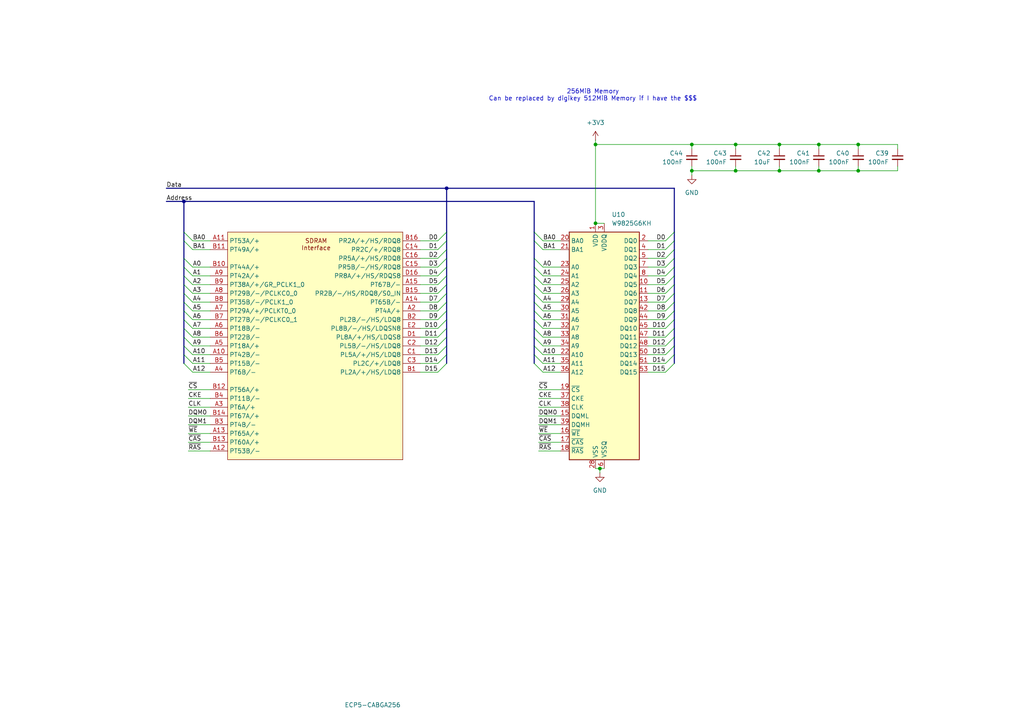
<source format=kicad_sch>
(kicad_sch (version 20250114) (generator "eeschema") (generator_version "9.0")
  (paper "A4")
  (title_block (title "Icepi zero") (date "2025-06-16") (rev "v1.2") (company "Chengyin Yao (cheyao)") (comment 1 "https://github.com/cheyao/icepi-zero") (comment 9 "OSHWA FR000026"))
  (lib_symbols
    (symbol "Device:C_Small" (pin_numbers (hide yes)) (pin_names (offset 0.254) (hide yes))
      (property "Reference" "C" (at 0.254 1.778 0))
      (property "Value" "C_Small" (at 0.254 -2.032 0))
      (symbol "C_Small_0_1"
        (polyline (pts (xy -1.524 0.508) (xy 1.524 0.508)) (stroke (width 0.3048)))
        (polyline (pts (xy -1.524 -0.508) (xy 1.524 -0.508)) (stroke (width 0.3302)))
      )
      (symbol "C_Small_1_1"
        (pin passive line (at 0 2.54 270) (length 2.032) (name "~") (number "1"))
        (pin passive line (at 0 -2.54 90) (length 2.032) (name "~") (number "2"))
      )
    )
    (symbol "Memory_RAM:MT48LC16M16A2P"
      (property "Reference" "U" (at -8.89 34.29 0))
      (property "Value" "MT48LC16M16A2P" (at 8.89 34.29 0))
      (symbol "MT48LC16M16A2P_0_1"
        (rectangle (start -10.16 33.02) (end 10.16 -33.02) (stroke (width 0.254)) (fill (type background)))
      )
      (symbol "MT48LC16M16A2P_1_1"
        (pin input line (at -12.7 30.48 0) (length 2.54) (name "BA0") (number "20"))
        (pin input line (at -12.7 27.94 0) (length 2.54) (name "BA1") (number "21"))
        (pin input line (at -12.7 22.86 0) (length 2.54) (name "A0") (number "23"))
        (pin input line (at -12.7 20.32 0) (length 2.54) (name "A1") (number "24"))
        (pin input line (at -12.7 17.78 0) (length 2.54) (name "A2") (number "25"))
        (pin input line (at -12.7 15.24 0) (length 2.54) (name "A3") (number "26"))
        (pin input line (at -12.7 12.7 0) (length 2.54) (name "A4") (number "29"))
        (pin input line (at -12.7 10.16 0) (length 2.54) (name "A5") (number "30"))
        (pin input line (at -12.7 7.62 0) (length 2.54) (name "A6") (number "31"))
        (pin input line (at -12.7 5.08 0) (length 2.54) (name "A7") (number "32"))
        (pin input line (at -12.7 2.54 0) (length 2.54) (name "A8") (number "33"))
        (pin input line (at -12.7 0 0) (length 2.54) (name "A9") (number "34"))
        (pin input line (at -12.7 -2.54 0) (length 2.54) (name "A10") (number "22"))
        (pin input line (at -12.7 -5.08 0) (length 2.54) (name "A11") (number "35"))
        (pin input line (at -12.7 -7.62 0) (length 2.54) (name "A12") (number "36"))
        (pin input line (at -12.7 -12.7 0) (length 2.54) (name "~{CS}") (number "19"))
        (pin input line (at -12.7 -15.24 0) (length 2.54) (name "CKE") (number "37"))
        (pin input line (at -12.7 -17.78 0) (length 2.54) (name "CLK") (number "38"))
        (pin input line (at -12.7 -20.32 0) (length 2.54) (name "DQML") (number "15"))
        (pin input line (at -12.7 -22.86 0) (length 2.54) (name "DQMH") (number "39"))
        (pin input line (at -12.7 -25.4 0) (length 2.54) (name "~{WE}") (number "16"))
        (pin input line (at -12.7 -27.94 0) (length 2.54) (name "~{CAS}") (number "17"))
        (pin input line (at -12.7 -30.48 0) (length 2.54) (name "~{RAS}") (number "18"))
        (pin power_in line (at -2.54 35.56 270) (length 2.54) (name "VDD") (number "1"))
        (pin passive line (at -2.54 35.56 270) (length 2.54) (hide yes) (name "VDD") (number "14"))
        (pin passive line (at -2.54 35.56 270) (length 2.54) (hide yes) (name "VDD") (number "27"))
        (pin power_in line (at -2.54 -35.56 90) (length 2.54) (name "VSS") (number "28"))
        (pin passive line (at -2.54 -35.56 90) (length 2.54) (hide yes) (name "VSS") (number "41"))
        (pin passive line (at -2.54 -35.56 90) (length 2.54) (hide yes) (name "VSS") (number "54"))
        (pin power_in line (at 0 35.56 270) (length 2.54) (name "VDDQ") (number "3"))
        (pin passive line (at 0 35.56 270) (length 2.54) (hide yes) (name "VDDQ") (number "43"))
        (pin passive line (at 0 35.56 270) (length 2.54) (hide yes) (name "VDDQ") (number "49"))
        (pin passive line (at 0 35.56 270) (length 2.54) (hide yes) (name "VDDQ") (number "9"))
        (pin passive line (at 0 -35.56 90) (length 2.54) (hide yes) (name "VSSQ") (number "12"))
        (pin passive line (at 0 -35.56 90) (length 2.54) (hide yes) (name "VSSQ") (number "46"))
        (pin passive line (at 0 -35.56 90) (length 2.54) (hide yes) (name "VSSQ") (number "52"))
        (pin power_in line (at 0 -35.56 90) (length 2.54) (name "VSSQ") (number "6"))
        (pin no_connect line (at 10.16 -20.32 180) (length 2.54) (hide yes) (name "NC") (number "40"))
        (pin bidirectional line (at 12.7 30.48 180) (length 2.54) (name "DQ0") (number "2"))
        (pin bidirectional line (at 12.7 27.94 180) (length 2.54) (name "DQ1") (number "4"))
        (pin bidirectional line (at 12.7 25.4 180) (length 2.54) (name "DQ2") (number "5"))
        (pin bidirectional line (at 12.7 22.86 180) (length 2.54) (name "DQ3") (number "7"))
        (pin bidirectional line (at 12.7 20.32 180) (length 2.54) (name "DQ4") (number "8"))
        (pin bidirectional line (at 12.7 17.78 180) (length 2.54) (name "DQ5") (number "10"))
        (pin bidirectional line (at 12.7 15.24 180) (length 2.54) (name "DQ6") (number "11"))
        (pin bidirectional line (at 12.7 12.7 180) (length 2.54) (name "DQ7") (number "13"))
        (pin bidirectional line (at 12.7 10.16 180) (length 2.54) (name "DQ8") (number "42"))
        (pin bidirectional line (at 12.7 7.62 180) (length 2.54) (name "DQ9") (number "44"))
        (pin bidirectional line (at 12.7 5.08 180) (length 2.54) (name "DQ10") (number "45"))
        (pin bidirectional line (at 12.7 2.54 180) (length 2.54) (name "DQ11") (number "47"))
        (pin bidirectional line (at 12.7 0 180) (length 2.54) (name "DQ12") (number "48"))
        (pin bidirectional line (at 12.7 -2.54 180) (length 2.54) (name "DQ13") (number "50"))
        (pin bidirectional line (at 12.7 -5.08 180) (length 2.54) (name "DQ14") (number "51"))
        (pin bidirectional line (at 12.7 -7.62 180) (length 2.54) (name "DQ15") (number "53"))
      )
    )
    (symbol "icepi-lib:LFE5U-25F-6BG256x"
      (property "Reference" "U" (at 48.768 1.016 0))
      (property "Value" "ECP5U-25F-CABGA256" (at 59.436 -1.27 0))
      (symbol "LFE5U-25F-6BG256x_1_1"
        (rectangle (start -47.625 10.16) (end 47.625 -10.16) (fill (type background)))
        (text "Power Block" (at -0.254 0 0) (effects (font (size 1.27 1.27))))
        (pin power_in line (at -45.72 15.24 270) (length 5.08) (name "VCC") (number "G6"))
        (pin power_in line (at -43.18 15.24 270) (length 5.08) (name "VCC") (number "G7"))
        (pin power_in line (at -40.64 15.24 270) (length 5.08) (name "VCC") (number "L8"))
        (pin power_in line (at -38.1 15.24 270) (length 5.08) (name "VCC") (number "L9"))
        (pin power_in line (at -35.56 15.24 270) (length 5.08) (name "VCC") (number "G9"))
        (pin power_in line (at -35.56 -15.24 90) (length 5.08) (name "GND") (number "A16"))
        (pin power_in line (at -33.02 15.24 270) (length 5.08) (name "VCC") (number "L10"))
        (pin power_in line (at -33.02 -15.24 90) (length 5.08) (name "GND") (number "H16"))
        (pin power_in line (at -30.48 -15.24 90) (length 5.08) (name "GND") (number "T16"))
        (pin power_in line (at -27.94 -15.24 90) (length 5.08) (name "GND") (number "D15"))
        (pin power_in line (at -25.4 15.24 270) (length 5.08) (name "VCCAUX") (number "L7"))
        (pin power_in line (at -25.4 -15.24 90) (length 5.08) (name "GND") (number "N15"))
        (pin power_in line (at -22.86 15.24 270) (length 5.08) (name "VCCAUX") (number "G11"))
        (pin power_in line (at -22.86 -15.24 90) (length 5.08) (name "GND") (number "T12"))
        (pin power_in line (at -20.32 -15.24 90) (length 5.08) (name "GND") (number "G10"))
        (pin power_in line (at -17.78 -15.24 90) (length 5.08) (name "GND") (number "H10"))
        (pin power_in line (at -15.24 15.24 270) (length 5.08) (name "VCCIO0") (number "F6"))
        (pin power_in line (at -15.24 -15.24 90) (length 5.08) (name "GND") (number "J10"))
        (pin power_in line (at -12.7 15.24 270) (length 5.08) (name "VCCIO0") (number "F7"))
        (pin power_in line (at -12.7 -15.24 90) (length 5.08) (name "GND") (number "K10"))
        (pin power_in line (at -10.16 -15.24 90) (length 5.08) (name "GND") (number "F9"))
        (pin power_in line (at -7.62 -15.24 90) (length 5.08) (name "GND") (number "H9"))
        (pin power_in line (at -5.08 15.24 270) (length 5.08) (name "VCCIO1") (number "F10"))
        (pin power_in line (at -5.08 -15.24 90) (length 5.08) (name "GND") (number "J9"))
        (pin power_in line (at -2.54 15.24 270) (length 5.08) (name "VCCIO1") (number "F11"))
        (pin power_in line (at -2.54 -15.24 90) (length 5.08) (name "GND") (number "K9"))
        (pin power_in line (at 0 -15.24 90) (length 5.08) (name "GND") (number "F8"))
        (pin power_in line (at 2.54 -15.24 90) (length 5.08) (name "GND") (number "G8"))
        (pin power_in line (at 5.08 15.24 270) (length 5.08) (name "VCCIO2") (number "J11"))
        (pin power_in line (at 5.08 -15.24 90) (length 5.08) (name "GND") (number "H8"))
        (pin power_in line (at 7.62 15.24 270) (length 5.08) (name "VCCIO2") (number "H11"))
        (pin power_in line (at 7.62 -15.24 90) (length 5.08) (name "GND") (number "J8"))
        (pin power_in line (at 10.16 -15.24 90) (length 5.08) (name "GND") (number "K8"))
        (pin power_in line (at 12.7 -15.24 90) (length 5.08) (name "GND") (number "K7"))
        (pin power_in line (at 15.24 15.24 270) (length 5.08) (name "VCCIO3") (number "L11"))
        (pin power_in line (at 15.24 -15.24 90) (length 5.08) (name "GND") (number "K6"))
        (pin power_in line (at 17.78 15.24 270) (length 5.08) (name "VCCIO3") (number "K11"))
        (pin power_in line (at 17.78 -15.24 90) (length 5.08) (name "GND") (number "T5"))
        (pin power_in line (at 20.32 -15.24 90) (length 5.08) (name "GND") (number "D2"))
        (pin power_in line (at 22.86 -15.24 90) (length 5.08) (name "GND") (number "N2"))
        (pin power_in line (at 25.4 15.24 270) (length 5.08) (name "VCCIO6") (number "J6"))
        (pin power_in line (at 25.4 -15.24 90) (length 5.08) (name "GND") (number "A1"))
        (pin power_in line (at 27.94 15.24 270) (length 5.08) (name "VCCIO6") (number "J7"))
        (pin power_in line (at 27.94 -15.24 90) (length 5.08) (name "GND") (number "H1"))
        (pin power_in line (at 30.48 -15.24 90) (length 5.08) (name "GND") (number "T1"))
        (pin power_in line (at 35.56 15.24 270) (length 5.08) (name "VCCIO7") (number "H6"))
        (pin power_in line (at 38.1 15.24 270) (length 5.08) (name "VCCIO7") (number "H7"))
        (pin power_in line (at 45.72 15.24 270) (length 5.08) (name "VCCIO8") (number "L6"))
      )
      (symbol "LFE5U-25F-6BG256x_2_1"
        (rectangle (start -7.62 5.715) (end 7.62 -5.715) (fill (type background)))
        (text "JTAG\nInterface" (at 2.032 0 0) (effects (font (size 1.27 1.27))))
        (pin output line (at -12.7 3.81 0) (length 5.08) (name "TDO") (number "M10"))
        (pin input line (at -12.7 1.27 0) (length 5.08) (name "TDI") (number "R11"))
        (pin input line (at -12.7 -1.27 0) (length 5.08) (name "TCK") (number "T10"))
        (pin input line (at -12.7 -3.81 0) (length 5.08) (name "TMS") (number "T11"))
      )
      (symbol "LFE5U-25F-6BG256x_3_1"
        (rectangle (start -25.4 8.255) (end 25.4 -8.255) (fill (type background)))
        (text "SysIO Config block" (at 8.89 -0.254 0) (effects (font (size 1.27 1.27))))
        (pin bidirectional line (at -30.48 6.35 0) (length 5.08) (name "PB15A/+/HOLDN/DI/BUSY/CSSPIN/CEN") (number "N8"))
        (pin bidirectional line (at -30.48 3.81 0) (length 5.08) (name "CCLK/MCLK/SCK") (number "N9"))
        (pin bidirectional line (at -30.48 1.27 0) (length 5.08) (name "PB11B/-/D0/MOSI/IO0") (number "T8"))
        (pin bidirectional line (at -30.48 -1.27 0) (length 5.08) (name "PB11A/+/D1/MISO/IO1") (number "T7"))
        (pin bidirectional line (at -30.48 -3.81 0) (length 5.08) (name "PL9B/-/D2/IO2") (number "M7"))
        (pin bidirectional line (at -30.48 -6.35 0) (length 5.08) (name "PL9A/+/D3/IO3") (number "N7"))
        (pin input line (at 30.48 6.35 180) (length 5.08) (name "CFG_0") (number "N10"))
        (pin input line (at 30.48 3.81 180) (length 5.08) (name "CFG_1") (number "P10"))
        (pin input line (at 30.48 1.27 180) (length 5.08) (name "CPG_2") (number "R10"))
        (pin output line (at 30.48 -1.27 180) (length 5.08) (name "DONE") (number "P9"))
        (pin bidirectional line (at 30.48 -3.81 180) (length 5.08) (name "INITN") (number "T9"))
        (pin bidirectional line (at 30.48 -6.35 180) (length 5.08) (name "PROGRAMN") (number "R9"))
      )
      (symbol "LFE5U-25F-6BG256x_4_1"
        (rectangle (start -20.32 17.145) (end 20.32 -17.145) (fill (type background)))
        (text "GPDI\nInterface" (at 11.176 0 0) (effects (font (size 1.27 1.27))))
        (pin bidirectional line (at -25.4 15.24 0) (length 5.08) (name "PR35A/+/HS/RDQ32") (number "P16"))
        (pin bidirectional line (at -25.4 12.7 0) (length 5.08) (name "PR35B/-/HS/RDQ32/VREF1_3") (number "R16"))
        (pin bidirectional line (at -25.4 10.16 0) (length 5.08) (name "PR38C/+/RDQ44") (number "R15"))
        (pin bidirectional line (at -25.4 7.62 0) (length 5.08) (name "PR38D/-/RDQ44") (number "T15"))
        (pin bidirectional line (at -25.4 5.08 0) (length 5.08) (name "PR41C/+/RDQ44") (number "R13"))
        (pin bidirectional line (at -25.4 2.54 0) (length 5.08) (name "PR41D/-/RSQ44") (number "T14"))
        (pin bidirectional line (at -25.4 0 0) (length 5.08) (name "PR44A/+/HS/RDQS44") (number "R12"))
        (pin bidirectional line (at -25.4 -2.54 0) (length 5.08) (name "PR44B/-/HS/RDQSN44") (number "T13"))
        (pin bidirectional line (at -25.4 -5.08 0) (length 5.08) (name "PL44A/+/HS/LDQS44") (number "R5"))
        (pin bidirectional line (at -25.4 -7.62 0) (length 5.08) (name "PL41D/-/LDQ44") (number "T3"))
        (pin bidirectional line (at -25.4 -10.16 0) (length 5.08) (name "PL44B/-/HS/LDQSN44") (number "T4"))
        (pin bidirectional line (at -25.4 -12.7 0) (length 5.08) (name "PL47D/-/LDQ44/LLC_GPLL0C_IN") (number "P5"))
        (pin bidirectional line (at -25.4 -15.24 0) (length 5.08) (name "PR32C/+/RDQ32") (number "L14"))
      )
      (symbol "LFE5U-25F-6BG256x_5_1"
        (rectangle (start -20.32 26.035) (end 19.685 -18.415) (fill (type background)))
        (text "USB/UART\nInterface" (at 10.16 0 0) (effects (font (size 1.27 1.27))))
        (pin bidirectional line (at -25.4 24.13 0) (length 5.08) (name "PR23C/-/RDQ20/PCLKT2_0") (number "K16"))
        (pin bidirectional line (at -25.4 21.59 0) (length 5.08) (name "PR23D/-/RDQ20/PCLKC2_0") (number "K15"))
        (pin bidirectional line (at -25.4 19.05 0) (length 5.08) (name "PR47A/+/HS/RSQ44") (number "M11"))
        (pin bidirectional line (at -25.4 16.51 0) (length 5.08) (name "PR26A/+/HS/RDQ32/PCLKT3_1") (number "L16"))
        (pin bidirectional line (at -25.4 13.97 0) (length 5.08) (name "PR26B/-/HS/RDQ32/PCLKC3_1") (number "L15"))
        (pin bidirectional line (at -25.4 11.43 0) (length 5.08) (name "PR44D/-/RSQ44") (number "N12"))
        (pin bidirectional line (at -25.4 8.89 0) (length 5.08) (name "PR47C/+/RSQ44/LRC_GPLL0T_IN") (number "P11"))
        (pin bidirectional line (at -25.4 3.81 0) (length 5.08) (name "PR11C/+/RDQ8") (number "F15"))
        (pin bidirectional line (at -25.4 1.27 0) (length 5.08) (name "PR11D/-/RDQ8") (number "E16"))
        (pin bidirectional line (at -25.4 -1.27 0) (length 5.08) (name "PR14B/-/HS/RDQ20") (number "G15"))
        (pin bidirectional line (at -25.4 -3.81 0) (length 5.08) (name "PR14D/-/RDQ20") (number "H14"))
        (pin bidirectional line (at -25.4 -8.89 0) (length 5.08) (name "PR23A/+/HS/RDQ20/PCLKT2_1") (number "J16"))
        (pin bidirectional line (at -25.4 -11.43 0) (length 5.08) (name "PR23B/-/HS/RDQ20/PCLKC2_1") (number "J15"))
        (pin bidirectional line (at -25.4 -13.97 0) (length 5.08) (name "PR5C/+/RDQ8") (number "E14"))
        (pin bidirectional line (at -25.4 -16.51 0) (length 5.08) (name "PT51B/-") (number "E11"))
      )
      (symbol "LFE5U-25F-6BG256x_6_1"
        (rectangle (start -25.4 33.02) (end 25.4 -33.02) (fill (type background)))
        (text "SDRAM\nInterface" (at 0.254 29.464 0) (effects (font (size 1.27 1.27))))
        (pin bidirectional line (at -30.48 30.48 0) (length 5.08) (name "PT53A/+") (number "A11"))
        (pin bidirectional line (at -30.48 27.94 0) (length 5.08) (name "PT49A/+") (number "B11"))
        (pin bidirectional line (at -30.48 22.86 0) (length 5.08) (name "PT44A/+") (number "B10"))
        (pin bidirectional line (at -30.48 20.32 0) (length 5.08) (name "PT42A/+") (number "A9"))
        (pin bidirectional line (at -30.48 17.78 0) (length 5.08) (name "PT38A/+/GR_PCLK1_0") (number "B9"))
        (pin bidirectional line (at -30.48 15.24 0) (length 5.08) (name "PT29B/-/PCLKC0_0") (number "A8"))
        (pin bidirectional line (at -30.48 12.7 0) (length 5.08) (name "PT35B/-/PCLK1_0") (number "B8"))
        (pin bidirectional line (at -30.48 10.16 0) (length 5.08) (name "PT29A/+/PCLKT0_0") (number "A7"))
        (pin bidirectional line (at -30.48 7.62 0) (length 5.08) (name "PT27B/-/PCLKC0_1") (number "B7"))
        (pin bidirectional line (at -30.48 5.08 0) (length 5.08) (name "PT18B/-") (number "A6"))
        (pin bidirectional line (at -30.48 2.54 0) (length 5.08) (name "PT22B/-") (number "B6"))
        (pin bidirectional line (at -30.48 0 0) (length 5.08) (name "PT18A/+") (number "A5"))
        (pin bidirectional line (at -30.48 -2.54 0) (length 5.08) (name "PT42B/-") (number "A10"))
        (pin bidirectional line (at -30.48 -5.08 0) (length 5.08) (name "PT15B/-") (number "B5"))
        (pin bidirectional line (at -30.48 -7.62 0) (length 5.08) (name "PT6B/-") (number "A4"))
        (pin bidirectional line (at -30.48 -12.7 0) (length 5.08) (name "PT56A/+") (number "B12"))
        (pin bidirectional line (at -30.48 -15.24 0) (length 5.08) (name "PT11B/-") (number "B4"))
        (pin bidirectional line (at -30.48 -17.78 0) (length 5.08) (name "PT6A/+") (number "A3"))
        (pin bidirectional line (at -30.48 -20.32 0) (length 5.08) (name "PT67A/+") (number "B14"))
        (pin bidirectional line (at -30.48 -22.86 0) (length 5.08) (name "PT4B/-") (number "B3"))
        (pin bidirectional line (at -30.48 -25.4 0) (length 5.08) (name "PT65A/+") (number "A13"))
        (pin bidirectional line (at -30.48 -27.94 0) (length 5.08) (name "PT60A/+") (number "B13"))
        (pin bidirectional line (at -30.48 -30.48 0) (length 5.08) (name "PT53B/-") (number "A12"))
        (pin bidirectional line (at 30.48 30.48 180) (length 5.08) (name "PR2A/+/HS/RDQ8") (number "B16"))
        (pin bidirectional line (at 30.48 27.94 180) (length 5.08) (name "PR2C/+/RDQ8") (number "C14"))
        (pin bidirectional line (at 30.48 25.4 180) (length 5.08) (name "PR5A/+/HS/RDQ8") (number "C16"))
        (pin bidirectional line (at 30.48 22.86 180) (length 5.08) (name "PR5B/-/HS/RDQ8") (number "C15"))
        (pin bidirectional line (at 30.48 20.32 180) (length 5.08) (name "PR8A/+/HS/RDQS8") (number "D16"))
        (pin bidirectional line (at 30.48 17.78 180) (length 5.08) (name "PT67B/-") (number "A15"))
        (pin bidirectional line (at 30.48 15.24 180) (length 5.08) (name "PR2B/-/HS/RDQ8/S0_IN") (number "B15"))
        (pin bidirectional line (at 30.48 12.7 180) (length 5.08) (name "PT65B/-") (number "A14"))
        (pin bidirectional line (at 30.48 10.16 180) (length 5.08) (name "PT4A/+") (number "A2"))
        (pin bidirectional line (at 30.48 7.62 180) (length 5.08) (name "PL2B/-/HS/LDQ8") (number "B2"))
        (pin bidirectional line (at 30.48 5.08 180) (length 5.08) (name "PL8B/-/HS/LDQSN8") (number "E2"))
        (pin bidirectional line (at 30.48 2.54 180) (length 5.08) (name "PL8A/+/HS/LDQS8") (number "D1"))
        (pin bidirectional line (at 30.48 0 180) (length 5.08) (name "PL5B/-/HS/LDQ8") (number "C2"))
        (pin bidirectional line (at 30.48 -2.54 180) (length 5.08) (name "PL5A/+/HS/LDQ8") (number "C1"))
        (pin bidirectional line (at 30.48 -5.08 180) (length 5.08) (name "PL2C/+/LDQ8") (number "C3"))
        (pin bidirectional line (at 30.48 -7.62 180) (length 5.08) (name "PL2A/+/HS/LDQ8") (number "B1"))
      )
      (symbol "LFE5U-25F-6BG256x_7_1"
        (rectangle (start -19.05 10.16) (end 19.05 -10.16) (fill (type background)))
        (text "uSD\nInterface" (at 13.462 0 0) (effects (font (size 1.27 1.27))))
        (pin bidirectional line (at -24.13 7.62 0) (length 5.08) (name "PR38B/-/HS/RDQ44") (number "P14"))
        (pin bidirectional line (at -24.13 5.08 0) (length 5.08) (name "PR41B/-/HS/RDQ44") (number "R14"))
        (pin bidirectional line (at -24.13 2.54 0) (length 5.08) (name "PR26D/-/RDQ32/PCLKC3_0") (number "M15"))
        (pin bidirectional line (at -24.13 0 0) (length 5.08) (name "PR32D/-/RDQ32") (number "M14"))
        (pin bidirectional line (at -24.13 -2.54 0) (length 5.08) (name "PR32A/+/HS/RDQS32") (number "N16"))
        (pin bidirectional line (at -24.13 -5.08 0) (length 5.08) (name "PR32B/-/HS/RDQSN32") (number "P15"))
        (pin bidirectional line (at -24.13 -7.62 0) (length 5.08) (name "PR26C/+/RDQ32/PCLKT3_0") (number "M16"))
      )
      (symbol "LFE5U-25F-6BG256x_8_1"
        (rectangle (start -34.29 23.495) (end 34.29 -26.035) (fill (type background)))
        (text "GPIO\nInterface" (at -0.508 20.828 0) (effects (font (size 1.27 1.27))))
        (pin bidirectional line (at -39.37 21.59 0) (length 5.08) (name "PL38D/-/LDQ44") (number "T2"))
        (pin bidirectional line (at -39.37 19.05 0) (length 5.08) (name "PL38C/+/LDQ44") (number "R2"))
        (pin bidirectional line (at -39.37 16.51 0) (length 5.08) (name "PL35B/-/HS/LDQ32/VREF1_6") (number "R1"))
        (pin bidirectional line (at -39.37 11.43 0) (length 5.08) (name "PL41B/-/HS/LDQ44") (number "R3"))
        (pin bidirectional line (at -39.37 8.89 0) (length 5.08) (name "PL38B/-/HS/LDQ44") (number "P3"))
        (pin bidirectional line (at -39.37 6.35 0) (length 5.08) (name "PL32B/-/HS/LDQSN32") (number "P2"))
        (pin bidirectional line (at -39.37 1.27 0) (length 5.08) (name "PL26B/-/HS/LDQ32/PCLKC6_1") (number "L2"))
        (pin bidirectional line (at -39.37 -1.27 0) (length 5.08) (name "PL23A/+/HS/LDQ20/PCLKT7") (number "J1"))
        (pin bidirectional line (at -39.37 -3.81 0) (length 5.08) (name "PL14B/-/HS/LDQ20") (number "G2"))
        (pin bidirectional line (at -39.37 -8.89 0) (length 5.08) (name "PL14C/+/LDQ20/VREF1_7") (number "G3"))
        (pin bidirectional line (at -39.37 -11.43 0) (length 5.08) (name "PL11D/-/LDQ8") (number "E1"))
        (pin bidirectional line (at -39.37 -13.97 0) (length 5.08) (name "PL5D/-/LDQ8") (number "F3"))
        (pin bidirectional line (at -39.37 -16.51 0) (length 5.08) (name "PL5C/+/LDQ8") (number "E3"))
        (pin bidirectional line (at -39.37 -19.05 0) (length 5.08) (name "PT9A/+") (number "E4"))
        (pin bidirectional line (at -39.37 -21.59 0) (length 5.08) (name "PT9B/-") (number "D4"))
        (pin bidirectional line (at 39.37 16.51 180) (length 5.08) (name "PL35A/+/HS/LDQ32") (number "P1"))
        (pin bidirectional line (at 39.37 13.97 180) (length 5.08) (name "PL32A/+/HS/LDQS32") (number "N1"))
        (pin bidirectional line (at 39.37 11.43 180) (length 5.08) (name "PL38A/+/HS/LDQ44") (number "N4"))
        (pin bidirectional line (at 39.37 6.35 180) (length 5.08) (name "PL26D/-/LDQ32/PCLK6_0") (number "M2"))
        (pin bidirectional line (at 39.37 3.81 180) (length 5.08) (name "PL26A/+/HS/LDQ32/PCLKT6_1") (number "L1"))
        (pin bidirectional line (at 39.37 -1.27 180) (length 5.08) (name "PL23B/-/HS/LDQ20/PCLKC7_1") (number "J2"))
        (pin bidirectional line (at 39.37 -3.81 180) (length 5.08) (name "PL20C/+/LDQS20/GR_PCLK7_0") (number "H2"))
        (pin bidirectional line (at 39.37 -6.35 180) (length 5.08) (name "PL20A/+/HS/LDQS20/GR_PCLK7_1") (number "G1"))
        (pin bidirectional line (at 39.37 -8.89 180) (length 5.08) (name "PL20D/-/LDQS20") (number "K3"))
        (pin bidirectional line (at 39.37 -13.97 180) (length 5.08) (name "PL20B/-/HS/LDQSN20") (number "J3"))
        (pin bidirectional line (at 39.37 -19.05 180) (length 5.08) (name "PL14D/-/lDQ20") (number "H3"))
        (pin bidirectional line (at 39.37 -21.59 180) (length 5.08) (name "PL14A/+/HS/LDQ20") (number "F1"))
        (pin bidirectional line (at 39.37 -24.13 180) (length 5.08) (name "PL11C/+/LDQ8") (number "F2"))
      )
      (symbol "LFE5U-25F-6BG256x_9_1"
        (rectangle (start -15.24 17.145) (end 15.24 -17.145) (fill (type background)))
        (text "MISC\nInterface" (at 6.604 2.54 0) (effects (font (size 1.27 1.27))))
        (pin bidirectional line (at -20.32 15.24 0) (length 5.08) (name "PT11A/+") (number "C4"))
        (pin bidirectional line (at -20.32 12.7 0) (length 5.08) (name "PT15A/+") (number "C5"))
        (pin bidirectional line (at -20.32 7.62 0) (length 5.08) (name "PT62B/-") (number "E13"))
        (pin bidirectional line (at -20.32 5.08 0) (length 5.08) (name "PR2D/-/RDQ8") (number "D14"))
        (pin bidirectional line (at -20.32 2.54 0) (length 5.08) (name "PT58B/-") (number "E12"))
        (pin bidirectional line (at -20.32 0 0) (length 5.08) (name "PT60B/-") (number "C13"))
        (pin bidirectional line (at -20.32 -2.54 0) (length 5.08) (name "PT62A/+") (number "D13"))
        (pin bidirectional line (at -20.32 -7.62 0) (length 5.08) (name "PT27A/+/PCLKT0_1") (number "C7"))
        (pin bidirectional line (at -20.32 -10.16 0) (length 5.08) (name "PT35A/+/PCLKT1_0") (number "C8"))
        (pin bidirectional line (at -20.32 -15.24 0) (length 5.08) (name "PL26C/+/LDQ32/PCLKT6_0") (number "M1"))
      )
      (symbol "LFE5U-25F-6BG256x_10_1"
        (rectangle (start -53.34 38.1) (end 53.34 -41.91) (fill (type background)))
        (text "Unused I/O" (at -1.524 0.254 0) (effects (font (size 1.27 1.27))))
        (pin bidirectional line (at -58.42 30.48 0) (length 5.08) (name "PL2D/-/LDQ8") (number "D3"))
        (pin bidirectional line (at -58.42 27.94 0) (length 5.08) (name "PL8C/+/LDQ8") (number "F4"))
        (pin bidirectional line (at -58.42 25.4 0) (length 5.08) (name "PL8D/-/LDQ8") (number "F5"))
        (pin bidirectional line (at -58.42 22.86 0) (length 5.08) (name "PL11A/+/HS/LDQ8") (number "G5"))
        (pin bidirectional line (at -58.42 20.32 0) (length 5.08) (name "PL11B/-/HS/LDQ8") (number "G4"))
        (pin bidirectional line (at -58.42 17.78 0) (length 5.08) (name "PL17A/+/HS/LDQ20") (number "H5"))
        (pin bidirectional line (at -58.42 15.24 0) (length 5.08) (name "PL17B/-/HS/LDQ20") (number "H4"))
        (pin bidirectional line (at -58.42 12.7 0) (length 5.08) (name "PL17C/+/LDQ20") (number "J4"))
        (pin bidirectional line (at -58.42 10.16 0) (length 5.08) (name "PL17D/-/LDQ20") (number "J5"))
        (pin bidirectional line (at -58.42 7.62 0) (length 5.08) (name "PL23C/+/LDQ20/PCLKT7_0") (number "K1"))
        (pin bidirectional line (at -58.42 5.08 0) (length 5.08) (name "PL23D/-/LDQ20/PCLKC7_0") (number "K2"))
        (pin bidirectional line (at -58.42 2.54 0) (length 5.08) (name "PL29A/+/HS/LDQ32/GR_PCLK6_0") (number "K4"))
        (pin bidirectional line (at -58.42 0 0) (length 5.08) (name "PL29B/-/HS/LDQ32") (number "K5"))
        (pin bidirectional line (at -58.42 -2.54 0) (length 5.08) (name "PL29C/+/LDQ32/GR_PCLK6_1") (number "L4"))
        (pin bidirectional line (at -58.42 -5.08 0) (length 5.08) (name "PL29D/-/LDQ32") (number "L5"))
        (pin bidirectional line (at -58.42 -7.62 0) (length 5.08) (name "PL32C/+/LDQ32") (number "L3"))
        (pin bidirectional line (at -58.42 -10.16 0) (length 5.08) (name "PL32D/-/LDQ32") (number "M3"))
        (pin bidirectional line (at -58.42 -12.7 0) (length 5.08) (name "PL35C/+/LDQ32") (number "M4"))
        (pin bidirectional line (at -58.42 -15.24 0) (length 5.08) (name "PL35D/-/LDQ32") (number "N3"))
        (pin bidirectional line (at -58.42 -17.78 0) (length 5.08) (name "PL41A/+/HS/LDQ44") (number "P4"))
        (pin bidirectional line (at -58.42 -20.32 0) (length 5.08) (name "PL41C/+/LD44") (number "R4"))
        (pin bidirectional line (at -58.42 -22.86 0) (length 5.08) (name "PL44C/+/LDQ44") (number "M5"))
        (pin bidirectional line (at -58.42 -25.4 0) (length 5.08) (name "PL44D/-/LDQ44") (number "N5"))
        (pin bidirectional line (at -58.42 -27.94 0) (length 5.08) (name "PL47A/+/HS/LDQ44") (number "M6"))
        (pin bidirectional line (at -58.42 -30.48 0) (length 5.08) (name "PL47B/-/HS/LDQ44") (number "N6"))
        (pin bidirectional line (at -58.42 -33.02 0) (length 5.08) (name "PL47C/+/LDQ44/LLC+GPLL0T_IN") (number "P6"))
        (pin bidirectional line (at -27.94 43.18 270) (length 5.08) (name "PT13B/-") (number "D5"))
        (pin bidirectional line (at -25.4 43.18 270) (length 5.08) (name "PT13A/+") (number "E5"))
        (pin bidirectional line (at -22.86 43.18 270) (length 5.08) (name "PT20B/-") (number "D6"))
        (pin bidirectional line (at -20.32 43.18 270) (length 5.08) (name "PT20A/+") (number "E6"))
        (pin bidirectional line (at -17.78 43.18 270) (length 5.08) (name "PT22A/+") (number "C6"))
        (pin bidirectional line (at -15.24 43.18 270) (length 5.08) (name "PT24B/-/GR_PCLK0_0") (number "D7"))
        (pin bidirectional line (at -12.7 43.18 270) (length 5.08) (name "PT24A/+/GR_PCLK0_1") (number "E7"))
        (pin bidirectional line (at -10.16 43.18 270) (length 5.08) (name "PT33B/-/PCLKC1_1") (number "D8"))
        (pin bidirectional line (at -10.16 -46.99 90) (length 5.08) (name "PB18A/WRITEN") (number "M9"))
        (pin bidirectional line (at -7.62 43.18 270) (length 5.08) (name "PT33A/+/PCLKT1_1") (number "E8"))
        (pin bidirectional line (at -7.62 -46.99 90) (length 5.08) (name "PB15B/0/DOUT/CSON") (number "M8"))
        (pin bidirectional line (at -5.08 43.18 270) (length 5.08) (name "PT38B/-/GR_PCLK1_1") (number "C9"))
        (pin bidirectional line (at -5.08 -46.99 90) (length 5.08) (name "PB13B/-/CS1N") (number "P8"))
        (pin bidirectional line (at -2.54 43.18 270) (length 5.08) (name "PT40B/-") (number "E9"))
        (pin bidirectional line (at -2.54 -46.99 90) (length 5.08) (name "PB13A/+/SN/CSN") (number "R8"))
        (pin bidirectional line (at 0 43.18 270) (length 5.08) (name "PT40A/+") (number "D9"))
        (pin bidirectional line (at 0 -46.99 90) (length 5.08) (name "PB6B/-/D4/MOSI2/IO4") (number "P7"))
        (pin bidirectional line (at 2.54 43.18 270) (length 5.08) (name "PT44B/-") (number "C10"))
        (pin bidirectional line (at 2.54 -46.99 90) (length 5.08) (name "PB6A/+/D5/MISO2/IO5") (number "R7"))
        (pin bidirectional line (at 5.08 43.18 270) (length 5.08) (name "PT47B/-") (number "E10"))
        (pin bidirectional line (at 5.08 -46.99 90) (length 5.08) (name "PB4B/0/D6/IO6") (number "R6"))
        (pin bidirectional line (at 7.62 43.18 270) (length 5.08) (name "PT47A/+") (number "D10"))
        (pin bidirectional line (at 7.62 -46.99 90) (length 5.08) (name "PB4A/+/D7/IO7") (number "T6"))
        (pin bidirectional line (at 10.16 43.18 270) (length 5.08) (name "PT49B/-") (number "C11"))
        (pin bidirectional line (at 12.7 43.18 270) (length 5.08) (name "PT51A/+") (number "D11"))
        (pin bidirectional line (at 15.24 43.18 270) (length 5.08) (name "PT56B/-") (number "C12"))
        (pin bidirectional line (at 17.78 43.18 270) (length 5.08) (name "PT58A/+") (number "D12"))
        (pin bidirectional line (at 58.42 33.02 180) (length 5.08) (name "PL26D/-/LDQ32/PCLK6_0") (number "M2"))
        (pin bidirectional line (at 58.42 30.48 180) (length 5.08) (name "PR47B/0/HS/RDQ44") (number "N11"))
        (pin bidirectional line (at 58.42 27.94 180) (length 5.08) (name "PR47C/+/RSQ44/LRC_GPLL0T_IN") (number "P11"))
        (pin bidirectional line (at 58.42 25.4 180) (length 5.08) (name "PR44C/+/RDQ44") (number "M12"))
        (pin bidirectional line (at 58.42 22.86 180) (length 5.08) (name "PR47D/-/RDQ44/LRC_GPLL0C_IN") (number "P12"))
        (pin bidirectional line (at 58.42 20.32 180) (length 5.08) (name "PR41A/+/HS/RDQ44") (number "P13"))
        (pin bidirectional line (at 58.42 17.78 180) (length 5.08) (name "PR38A/+/HS/RDQ44") (number "N13"))
        (pin bidirectional line (at 58.42 15.24 180) (length 5.08) (name "PR35C/+/RDQ32") (number "M13"))
        (pin bidirectional line (at 58.42 12.7 180) (length 5.08) (name "PR35D/-/RDQ32") (number "N14"))
        (pin bidirectional line (at 58.42 10.16 180) (length 5.08) (name "PR29A/+/HS/RDQ32/GR_PCLK3_0") (number "K13"))
        (pin bidirectional line (at 58.42 7.62 180) (length 5.08) (name "PR29B/-/HS/RDQ32") (number "K12"))
        (pin bidirectional line (at 58.42 5.08 180) (length 5.08) (name "PR29C/+/RDQ32/GR_PCLK3_1") (number "L13"))
        (pin bidirectional line (at 58.42 2.54 180) (length 5.08) (name "PR29D/-/RDQ32") (number "L12"))
        (pin bidirectional line (at 58.42 0 180) (length 5.08) (name "PR20A/+/HS/RDQS20/GR_PCLK2_1") (number "G16"))
        (pin bidirectional line (at 58.42 -2.54 180) (length 5.08) (name "PR20B/-/HS/RDQSN20") (number "H15"))
        (pin bidirectional line (at 58.42 -5.08 180) (length 5.08) (name "PR20C/+/RDQ20/GR_PCLK2_0") (number "J14"))
        (pin bidirectional line (at 58.42 -7.62 180) (length 5.08) (name "PR20D/-/RDQ20") (number "K14"))
        (pin bidirectional line (at 58.42 -10.16 180) (length 5.08) (name "PR17A/+/HS/RDQ20") (number "H12"))
        (pin bidirectional line (at 58.42 -12.7 180) (length 5.08) (name "PR17B/-/HS/RDQ20") (number "H13"))
        (pin bidirectional line (at 58.42 -15.24 180) (length 5.08) (name "PR17C/+/RDQ20") (number "J13"))
        (pin bidirectional line (at 58.42 -17.78 180) (length 5.08) (name "PR17D/-/RDQ20") (number "J12"))
        (pin bidirectional line (at 58.42 -20.32 180) (length 5.08) (name "PR14A/+/HS/RDQ20") (number "F16"))
        (pin bidirectional line (at 58.42 -22.86 180) (length 5.08) (name "PR14C/+/RDQ20/VREF1_2") (number "G14"))
        (pin bidirectional line (at 58.42 -25.4 180) (length 5.08) (name "PR11A/+/HS/RDQ8") (number "G12"))
        (pin bidirectional line (at 58.42 -27.94 180) (length 5.08) (name "PR11B/-/HS/RDQ8") (number "G13"))
        (pin bidirectional line (at 58.42 -30.48 180) (length 5.08) (name "PR8B/-/HS/RDQSN8") (number "E15"))
        (pin bidirectional line (at 58.42 -33.02 180) (length 5.08) (name "PR8C/+/RDQ8") (number "F13"))
        (pin bidirectional line (at 58.42 -35.56 180) (length 5.08) (name "PR8D/-/RDQ8") (number "F12"))
        (pin bidirectional line (at 58.42 -38.1 180) (length 5.08) (name "PR5D/-/RDQ8") (number "F14"))
      )
    )
    (symbol "power:+3V3" (power) (pin_numbers (hide yes)) (pin_names (offset 0) (hide yes))
      (property "Value" "+3V3" (at 0 3.556 0))
      (symbol "+3V3_0_1"
        (polyline (pts (xy -0.762 1.27) (xy 0 2.54)))
        (polyline (pts (xy 0 2.54) (xy 0.762 1.27)))
        (polyline (pts (xy 0 0) (xy 0 2.54)))
      )
      (symbol "+3V3_1_1"
        (pin power_in line (at 0 0 90) (length 0) (name "~") (number "1"))
      )
    )
    (symbol "power:GND" (power) (pin_numbers (hide yes)) (pin_names (offset 0) (hide yes))
      (property "Value" "GND" (at 0 -3.81 0))
      (symbol "GND_0_1"
        (polyline (pts (xy 0 0) (xy 0 -1.27) (xy 1.27 -1.27) (xy 0 -2.54) (xy -1.27 -1.27) (xy 0 -1.27)))
      )
      (symbol "GND_1_1"
        (pin power_in line (at 0 0 270) (length 0) (name "~") (number "1"))
      )
    )
  )
  (text "256MiB Memory\nCan be replaced by digikey 512MiB Memory if I have the $$$" (at 171.958 27.686 0) (effects (font (size 1.27 1.27))))
  (junction (at 129.54 54.61))
  (junction (at 226.06 49.53))
  (junction (at 200.66 41.91))
  (junction (at 53.34 58.42))
  (junction (at 213.36 41.91))
  (junction (at 172.72 41.91))
  (junction (at 200.66 49.53))
  (junction (at 237.49 41.91))
  (junction (at 173.99 135.89))
  (junction (at 172.72 64.77))
  (junction (at 248.92 41.91))
  (junction (at 237.49 49.53))
  (junction (at 248.92 49.53))
  (junction (at 226.06 41.91))
  (junction (at 213.36 49.53))
  (bus_entry (at 53.34 69.85) (size 2.54 2.54))
  (bus_entry (at 195.58 97.79) (size -2.54 2.54))
  (bus_entry (at 154.94 77.47) (size 2.54 2.54))
  (bus_entry (at 154.94 90.17) (size 2.54 2.54))
  (bus_entry (at 55.88 85.09) (size -2.54 -2.54))
  (bus_entry (at 154.94 67.31) (size 2.54 2.54))
  (bus_entry (at 154.94 69.85) (size 2.54 2.54))
  (bus_entry (at 195.58 67.31) (size -2.54 2.54))
  (bus_entry (at 129.54 87.63) (size -2.54 2.54))
  (bus_entry (at 55.88 92.71) (size -2.54 -2.54))
  (bus_entry (at 154.94 87.63) (size 2.54 2.54))
  (bus_entry (at 55.88 90.17) (size -2.54 -2.54))
  (bus_entry (at 129.54 67.31) (size -2.54 2.54))
  (bus_entry (at 129.54 69.85) (size -2.54 2.54))
  (bus_entry (at 195.58 72.39) (size -2.54 2.54))
  (bus_entry (at 55.88 80.01) (size -2.54 -2.54))
  (bus_entry (at 129.54 105.41) (size -2.54 2.54))
  (bus_entry (at 195.58 69.85) (size -2.54 2.54))
  (bus_entry (at 53.34 67.31) (size 2.54 2.54))
  (bus_entry (at 154.94 82.55) (size 2.54 2.54))
  (bus_entry (at 154.94 95.25) (size 2.54 2.54))
  (bus_entry (at 195.58 90.17) (size -2.54 2.54))
  (bus_entry (at 55.88 102.87) (size -2.54 -2.54))
  (bus_entry (at 129.54 100.33) (size -2.54 2.54))
  (bus_entry (at 195.58 87.63) (size -2.54 2.54))
  (bus_entry (at 154.94 85.09) (size 2.54 2.54))
  (bus_entry (at 154.94 92.71) (size 2.54 2.54))
  (bus_entry (at 195.58 102.87) (size -2.54 2.54))
  (bus_entry (at 195.58 82.55) (size -2.54 2.54))
  (bus_entry (at 195.58 77.47) (size -2.54 2.54))
  (bus_entry (at 55.88 100.33) (size -2.54 -2.54))
  (bus_entry (at 129.54 90.17) (size -2.54 2.54))
  (bus_entry (at 55.88 105.41) (size -2.54 -2.54))
  (bus_entry (at 129.54 102.87) (size -2.54 2.54))
  (bus_entry (at 195.58 100.33) (size -2.54 2.54))
  (bus_entry (at 154.94 105.41) (size 2.54 2.54))
  (bus_entry (at 129.54 72.39) (size -2.54 2.54))
  (bus_entry (at 55.88 87.63) (size -2.54 -2.54))
  (bus_entry (at 55.88 77.47) (size -2.54 -2.54))
  (bus_entry (at 55.88 95.25) (size -2.54 -2.54))
  (bus_entry (at 195.58 92.71) (size -2.54 2.54))
  (bus_entry (at 129.54 82.55) (size -2.54 2.54))
  (bus_entry (at 195.58 85.09) (size -2.54 2.54))
  (bus_entry (at 195.58 95.25) (size -2.54 2.54))
  (bus_entry (at 154.94 80.01) (size 2.54 2.54))
  (bus_entry (at 195.58 105.41) (size -2.54 2.54))
  (bus_entry (at 129.54 74.93) (size -2.54 2.54))
  (bus_entry (at 154.94 97.79) (size 2.54 2.54))
  (bus_entry (at 129.54 97.79) (size -2.54 2.54))
  (bus_entry (at 129.54 80.01) (size -2.54 2.54))
  (bus_entry (at 129.54 85.09) (size -2.54 2.54))
  (bus_entry (at 129.54 77.47) (size -2.54 2.54))
  (bus_entry (at 195.58 74.93) (size -2.54 2.54))
  (bus_entry (at 129.54 92.71) (size -2.54 2.54))
  (bus_entry (at 154.94 102.87) (size 2.54 2.54))
  (bus_entry (at 195.58 80.01) (size -2.54 2.54))
  (bus_entry (at 154.94 74.93) (size 2.54 2.54))
  (bus_entry (at 55.88 82.55) (size -2.54 -2.54))
  (bus_entry (at 129.54 95.25) (size -2.54 2.54))
  (bus_entry (at 55.88 97.79) (size -2.54 -2.54))
  (bus_entry (at 55.88 107.95) (size -2.54 -2.54))
  (bus_entry (at 154.94 100.33) (size 2.54 2.54))
  (wire (pts (xy 187.96 69.85) (xy 193.04 69.85)))
  (bus (pts (xy 129.54 69.85) (xy 129.54 72.39)))
  (wire (pts (xy 157.48 95.25) (xy 162.56 95.25)))
  (wire (pts (xy 213.36 49.53) (xy 200.66 49.53)))
  (bus (pts (xy 129.54 82.55) (xy 129.54 85.09)))
  (bus (pts (xy 53.34 58.42) (xy 154.94 58.42)))
  (bus (pts (xy 195.58 80.01) (xy 195.58 77.47)))
  (bus (pts (xy 154.94 80.01) (xy 154.94 77.47)))
  (wire (pts (xy 226.06 49.53) (xy 213.36 49.53)))
  (wire (pts (xy 200.66 50.8) (xy 200.66 49.53)))
  (wire (pts (xy 187.96 74.93) (xy 193.04 74.93)))
  (bus (pts (xy 195.58 67.31) (xy 195.58 54.61)))
  (bus (pts (xy 195.58 90.17) (xy 195.58 87.63)))
  (wire (pts (xy 54.61 125.73) (xy 60.96 125.73)))
  (wire (pts (xy 172.72 135.89) (xy 173.99 135.89)))
  (wire (pts (xy 55.88 95.25) (xy 60.96 95.25)))
  (wire (pts (xy 187.96 87.63) (xy 193.04 87.63)))
  (wire (pts (xy 237.49 41.91) (xy 237.49 43.18)))
  (wire (pts (xy 156.21 115.57) (xy 162.56 115.57)))
  (wire (pts (xy 54.61 130.81) (xy 60.96 130.81)))
  (bus (pts (xy 53.34 77.47) (xy 53.34 74.93)))
  (wire (pts (xy 187.96 100.33) (xy 193.04 100.33)))
  (bus (pts (xy 53.34 95.25) (xy 53.34 92.71)))
  (bus (pts (xy 154.94 92.71) (xy 154.94 90.17)))
  (wire (pts (xy 187.96 77.47) (xy 193.04 77.47)))
  (wire (pts (xy 54.61 128.27) (xy 60.96 128.27)))
  (wire (pts (xy 55.88 69.85) (xy 60.96 69.85)))
  (bus (pts (xy 195.58 102.87) (xy 195.58 100.33)))
  (wire (pts (xy 156.21 128.27) (xy 162.56 128.27)))
  (wire (pts (xy 200.66 41.91) (xy 200.66 43.18)))
  (wire (pts (xy 173.99 135.89) (xy 175.26 135.89)))
  (wire (pts (xy 187.96 85.09) (xy 193.04 85.09)))
  (wire (pts (xy 187.96 72.39) (xy 193.04 72.39)))
  (wire (pts (xy 54.61 118.11) (xy 60.96 118.11)))
  (bus (pts (xy 195.58 97.79) (xy 195.58 95.25)))
  (wire (pts (xy 121.92 72.39) (xy 127 72.39)))
  (wire (pts (xy 213.36 41.91) (xy 213.36 43.18)))
  (wire (pts (xy 213.36 41.91) (xy 200.66 41.91)))
  (wire (pts (xy 157.48 100.33) (xy 162.56 100.33)))
  (wire (pts (xy 248.92 41.91) (xy 248.92 43.18)))
  (bus (pts (xy 154.94 74.93) (xy 154.94 69.85)))
  (bus (pts (xy 154.94 105.41) (xy 154.94 102.87)))
  (bus (pts (xy 53.34 80.01) (xy 53.34 77.47)))
  (bus (pts (xy 129.54 90.17) (xy 129.54 92.71)))
  (wire (pts (xy 213.36 48.26) (xy 213.36 49.53)))
  (wire (pts (xy 54.61 123.19) (xy 60.96 123.19)))
  (bus (pts (xy 195.58 82.55) (xy 195.58 80.01)))
  (bus (pts (xy 195.58 85.09) (xy 195.58 82.55)))
  (wire (pts (xy 226.06 49.53) (xy 226.06 48.26)))
  (bus (pts (xy 53.34 82.55) (xy 53.34 80.01)))
  (wire (pts (xy 172.72 41.91) (xy 200.66 41.91)))
  (wire (pts (xy 55.88 92.71) (xy 60.96 92.71)))
  (wire (pts (xy 55.88 97.79) (xy 60.96 97.79)))
  (wire (pts (xy 172.72 40.64) (xy 172.72 41.91)))
  (wire (pts (xy 157.48 82.55) (xy 162.56 82.55)))
  (wire (pts (xy 121.92 90.17) (xy 127 90.17)))
  (bus (pts (xy 195.58 54.61) (xy 129.54 54.61)))
  (wire (pts (xy 156.21 120.65) (xy 162.56 120.65)))
  (wire (pts (xy 121.92 102.87) (xy 127 102.87)))
  (wire (pts (xy 226.06 41.91) (xy 213.36 41.91)))
  (wire (pts (xy 187.96 105.41) (xy 193.04 105.41)))
  (wire (pts (xy 121.92 69.85) (xy 127 69.85)))
  (bus (pts (xy 48.26 58.42) (xy 53.34 58.42)))
  (wire (pts (xy 121.92 74.93) (xy 127 74.93)))
  (wire (pts (xy 156.21 123.19) (xy 162.56 123.19)))
  (bus (pts (xy 154.94 85.09) (xy 154.94 82.55)))
  (wire (pts (xy 55.88 87.63) (xy 60.96 87.63)))
  (bus (pts (xy 129.54 85.09) (xy 129.54 87.63)))
  (wire (pts (xy 237.49 49.53) (xy 226.06 49.53)))
  (bus (pts (xy 129.54 92.71) (xy 129.54 95.25)))
  (bus (pts (xy 154.94 100.33) (xy 154.94 97.79)))
  (wire (pts (xy 187.96 107.95) (xy 193.04 107.95)))
  (wire (pts (xy 226.06 41.91) (xy 226.06 43.18)))
  (bus (pts (xy 129.54 80.01) (xy 129.54 82.55)))
  (wire (pts (xy 121.92 107.95) (xy 127 107.95)))
  (wire (pts (xy 157.48 77.47) (xy 162.56 77.47)))
  (bus (pts (xy 129.54 102.87) (xy 129.54 105.41)))
  (bus (pts (xy 195.58 100.33) (xy 195.58 97.79)))
  (wire (pts (xy 156.21 130.81) (xy 162.56 130.81)))
  (bus (pts (xy 53.34 102.87) (xy 53.34 100.33)))
  (wire (pts (xy 260.35 41.91) (xy 260.35 43.18)))
  (wire (pts (xy 121.92 80.01) (xy 127 80.01)))
  (bus (pts (xy 53.34 97.79) (xy 53.34 95.25)))
  (wire (pts (xy 156.21 125.73) (xy 162.56 125.73)))
  (bus (pts (xy 53.34 67.31) (xy 53.34 58.42)))
  (bus (pts (xy 129.54 95.25) (xy 129.54 97.79)))
  (bus (pts (xy 53.34 92.71) (xy 53.34 90.17)))
  (bus (pts (xy 195.58 95.25) (xy 195.58 92.71)))
  (wire (pts (xy 187.96 82.55) (xy 193.04 82.55)))
  (bus (pts (xy 129.54 100.33) (xy 129.54 102.87)))
  (bus (pts (xy 154.94 87.63) (xy 154.94 85.09)))
  (wire (pts (xy 121.92 97.79) (xy 127 97.79)))
  (wire (pts (xy 55.88 105.41) (xy 60.96 105.41)))
  (bus (pts (xy 129.54 67.31) (xy 129.54 69.85)))
  (wire (pts (xy 121.92 105.41) (xy 127 105.41)))
  (wire (pts (xy 248.92 41.91) (xy 237.49 41.91)))
  (wire (pts (xy 121.92 85.09) (xy 127 85.09)))
  (bus (pts (xy 154.94 97.79) (xy 154.94 95.25)))
  (bus (pts (xy 195.58 77.47) (xy 195.58 74.93)))
  (bus (pts (xy 195.58 105.41) (xy 195.58 102.87)))
  (wire (pts (xy 248.92 48.26) (xy 248.92 49.53)))
  (wire (pts (xy 237.49 41.91) (xy 226.06 41.91)))
  (wire (pts (xy 157.48 102.87) (xy 162.56 102.87)))
  (wire (pts (xy 157.48 90.17) (xy 162.56 90.17)))
  (bus (pts (xy 129.54 72.39) (xy 129.54 74.93)))
  (wire (pts (xy 157.48 107.95) (xy 162.56 107.95)))
  (wire (pts (xy 157.48 87.63) (xy 162.56 87.63)))
  (wire (pts (xy 121.92 77.47) (xy 127 77.47)))
  (bus (pts (xy 53.34 87.63) (xy 53.34 85.09)))
  (wire (pts (xy 260.35 41.91) (xy 248.92 41.91)))
  (bus (pts (xy 154.94 95.25) (xy 154.94 92.71)))
  (wire (pts (xy 121.92 87.63) (xy 127 87.63)))
  (wire (pts (xy 200.66 48.26) (xy 200.66 49.53)))
  (bus (pts (xy 53.34 85.09) (xy 53.34 82.55)))
  (bus (pts (xy 129.54 97.79) (xy 129.54 100.33)))
  (wire (pts (xy 187.96 92.71) (xy 193.04 92.71)))
  (wire (pts (xy 55.88 82.55) (xy 60.96 82.55)))
  (bus (pts (xy 154.94 77.47) (xy 154.94 74.93)))
  (wire (pts (xy 55.88 100.33) (xy 60.96 100.33)))
  (bus (pts (xy 154.94 102.87) (xy 154.94 100.33)))
  (wire (pts (xy 187.96 90.17) (xy 193.04 90.17)))
  (bus (pts (xy 154.94 90.17) (xy 154.94 87.63)))
  (bus (pts (xy 53.34 69.85) (xy 53.34 67.31)))
  (wire (pts (xy 54.61 113.03) (xy 60.96 113.03)))
  (wire (pts (xy 157.48 92.71) (xy 162.56 92.71)))
  (bus (pts (xy 195.58 74.93) (xy 195.58 72.39)))
  (wire (pts (xy 157.48 69.85) (xy 162.56 69.85)))
  (wire (pts (xy 173.99 137.16) (xy 173.99 135.89)))
  (wire (pts (xy 157.48 72.39) (xy 162.56 72.39)))
  (wire (pts (xy 156.21 118.11) (xy 162.56 118.11)))
  (bus (pts (xy 129.54 87.63) (xy 129.54 90.17)))
  (wire (pts (xy 248.92 49.53) (xy 237.49 49.53)))
  (bus (pts (xy 53.34 100.33) (xy 53.34 97.79)))
  (bus (pts (xy 154.94 82.55) (xy 154.94 80.01)))
  (bus (pts (xy 129.54 54.61) (xy 129.54 67.31)))
  (wire (pts (xy 157.48 105.41) (xy 162.56 105.41)))
  (bus (pts (xy 53.34 74.93) (xy 53.34 69.85)))
  (wire (pts (xy 187.96 95.25) (xy 193.04 95.25)))
  (wire (pts (xy 54.61 115.57) (xy 60.96 115.57)))
  (bus (pts (xy 53.34 105.41) (xy 53.34 102.87)))
  (bus (pts (xy 129.54 77.47) (xy 129.54 80.01)))
  (wire (pts (xy 187.96 97.79) (xy 193.04 97.79)))
  (bus (pts (xy 195.58 72.39) (xy 195.58 69.85)))
  (wire (pts (xy 237.49 48.26) (xy 237.49 49.53)))
  (wire (pts (xy 55.88 72.39) (xy 60.96 72.39)))
  (wire (pts (xy 121.92 82.55) (xy 127 82.55)))
  (wire (pts (xy 121.92 95.25) (xy 127 95.25)))
  (wire (pts (xy 121.92 92.71) (xy 127 92.71)))
  (wire (pts (xy 156.21 113.03) (xy 162.56 113.03)))
  (wire (pts (xy 157.48 85.09) (xy 162.56 85.09)))
  (wire (pts (xy 55.88 90.17) (xy 60.96 90.17)))
  (wire (pts (xy 157.48 80.01) (xy 162.56 80.01)))
  (bus (pts (xy 195.58 87.63) (xy 195.58 85.09)))
  (wire (pts (xy 260.35 49.53) (xy 248.92 49.53)))
  (wire (pts (xy 55.88 85.09) (xy 60.96 85.09)))
  (wire (pts (xy 54.61 120.65) (xy 60.96 120.65)))
  (bus (pts (xy 48.26 54.61) (xy 129.54 54.61)))
  (wire (pts (xy 55.88 107.95) (xy 60.96 107.95)))
  (wire (pts (xy 187.96 80.01) (xy 193.04 80.01)))
  (wire (pts (xy 172.72 64.77) (xy 175.26 64.77)))
  (bus (pts (xy 154.94 67.31) (xy 154.94 58.42)))
  (wire (pts (xy 187.96 102.87) (xy 193.04 102.87)))
  (wire (pts (xy 55.88 102.87) (xy 60.96 102.87)))
  (wire (pts (xy 55.88 77.47) (xy 60.96 77.47)))
  (bus (pts (xy 195.58 69.85) (xy 195.58 67.31)))
  (wire (pts (xy 55.88 80.01) (xy 60.96 80.01)))
  (bus (pts (xy 195.58 92.71) (xy 195.58 90.17)))
  (bus (pts (xy 129.54 74.93) (xy 129.54 77.47)))
  (wire (pts (xy 157.48 97.79) (xy 162.56 97.79)))
  (wire (pts (xy 121.92 100.33) (xy 127 100.33)))
  (wire (pts (xy 260.35 48.26) (xy 260.35 49.53)))
  (bus (pts (xy 53.34 90.17) (xy 53.34 87.63)))
  (wire (pts (xy 172.72 41.91) (xy 172.72 64.77)))
  (bus (pts (xy 154.94 69.85) (xy 154.94 67.31)))
  (label "A2" (at 157.48 82.55 0))
  (label "A1" (at 55.88 80.01 0))
  (label "A5" (at 157.48 90.17 0))
  (label "D1" (at 127 72.39 180))
  (label "D7" (at 193.04 87.63 180))
  (label "D4" (at 127 80.01 180))
  (label "BA0" (at 55.88 69.85 0))
  (label "A6" (at 55.88 92.71 0))
  (label "D14" (at 193.04 105.41 180))
  (label "D5" (at 127 82.55 180))
  (label "A8" (at 157.48 97.79 0))
  (label "D6" (at 127 85.09 180))
  (label "A5" (at 55.88 90.17 0))
  (label "D10" (at 127 95.25 180))
  (label "A11" (at 157.48 105.41 0))
  (label "D2" (at 127 74.93 180))
  (label "A9" (at 157.48 100.33 0))
  (label "D7" (at 127 87.63 180))
  (label "CLK" (at 156.21 118.11 0))
  (label "D1" (at 193.04 72.39 180))
  (label "DQM0" (at 156.21 120.65 0))
  (label "CLK" (at 54.61 118.11 0))
  (label "Data" (at 48.26 54.61 0))
  (label "A12" (at 157.48 107.95 0))
  (label "~{WE}" (at 156.21 125.73 0))
  (label "A3" (at 157.48 85.09 0))
  (label "D12" (at 193.04 100.33 180))
  (label "A9" (at 55.88 100.33 0))
  (label "D9" (at 193.04 92.71 180))
  (label "D0" (at 193.04 69.85 180))
  (label "A0" (at 157.48 77.47 0))
  (label "D13" (at 127 102.87 180))
  (label "D15" (at 127 107.95 180))
  (label "D9" (at 127 92.71 180))
  (label "A1" (at 157.48 80.01 0))
  (label "D13" (at 193.04 102.87 180))
  (label "~{CAS}" (at 54.61 128.27 0))
  (label "CKE" (at 156.21 115.57 0))
  (label "A12" (at 55.88 107.95 0))
  (label "~{RAS}" (at 54.61 130.81 0))
  (label "D15" (at 193.04 107.95 180))
  (label "DQM1" (at 156.21 123.19 0))
  (label "D10" (at 193.04 95.25 180))
  (label "CKE" (at 54.61 115.57 0))
  (label "A10" (at 55.88 102.87 0))
  (label "D12" (at 127 100.33 180))
  (label "Address" (at 48.26 58.42 0))
  (label "D4" (at 193.04 80.01 180))
  (label "D6" (at 193.04 85.09 180))
  (label "D5" (at 193.04 82.55 180))
  (label "~{CAS}" (at 156.21 128.27 0))
  (label "D0" (at 127 69.85 180))
  (label "D8" (at 193.04 90.17 180))
  (label "D8" (at 127 90.17 180))
  (label "D14" (at 127 105.41 180))
  (label "A0" (at 55.88 77.47 0))
  (label "A10" (at 157.48 102.87 0))
  (label "~{CS}" (at 156.21 113.03 0))
  (label "D11" (at 127 97.79 180))
  (label "A7" (at 157.48 95.25 0))
  (label "DQM1" (at 54.61 123.19 0))
  (label "A8" (at 55.88 97.79 0))
  (label "A3" (at 55.88 85.09 0))
  (label "~{RAS}" (at 156.21 130.81 0))
  (label "A11" (at 55.88 105.41 0))
  (label "A2" (at 55.88 82.55 0))
  (label "D3" (at 127 77.47 180))
  (label "D3" (at 193.04 77.47 180))
  (label "A7" (at 55.88 95.25 0))
  (label "A4" (at 55.88 87.63 0))
  (label "~{CS}" (at 54.61 113.03 0))
  (label "~{WE}" (at 54.61 125.73 0))
  (label "BA0" (at 157.48 69.85 0))
  (label "D2" (at 193.04 74.93 180))
  (label "A6" (at 157.48 92.71 0))
  (label "BA1" (at 55.88 72.39 0))
  (label "D11" (at 193.04 97.79 180))
  (label "DQM0" (at 54.61 120.65 0))
  (label "A4" (at 157.48 87.63 0))
  (label "BA1" (at 157.48 72.39 0))
  (symbol (lib_id "power:+3V3") (at 172.72 40.64 0) (unit 1)
    (property "Reference" "#PWR071" (effects (hide yes)))
    (property "Value" "+3V3" (at 172.72 35.56 0))
    (property "Description" "Power symbol creates a global label with name \"+3V3\"" (effects (hide yes)))
  )
  (symbol (lib_id "Device:C_Small") (at 213.36 45.72 0) (mirror y) (unit 1)
    (property "Reference" "C43" (at 210.82 44.4562 0) (effects (justify left)))
    (property "Value" "100nF" (at 210.82 46.9962 0) (effects (justify left)))
    (property "Footprint" "Capacitor_SMD:C_0402_1005Metric" (effects (hide yes)))
    (property "Description" "Unpolarized capacitor, small symbol" (effects (hide yes)))
    (property "LCSC Part #" "C307331 " (effects (hide yes)))
  )
  (symbol (lib_id "Device:C_Small") (at 237.49 45.72 0) (mirror y) (unit 1)
    (property "Reference" "C41" (at 234.95 44.4562 0) (effects (justify left)))
    (property "Value" "100nF" (at 234.95 46.9962 0) (effects (justify left)))
    (property "Footprint" "Capacitor_SMD:C_0402_1005Metric" (effects (hide yes)))
    (property "Description" "Unpolarized capacitor, small symbol" (effects (hide yes)))
    (property "LCSC Part #" "C307331 " (effects (hide yes)))
  )
  (symbol (lib_id "Device:C_Small") (at 200.66 45.72 0) (mirror y) (unit 1)
    (property "Reference" "C44" (at 198.12 44.4562 0) (effects (justify left)))
    (property "Value" "100nF" (at 198.12 46.9962 0) (effects (justify left)))
    (property "Footprint" "Capacitor_SMD:C_0402_1005Metric" (effects (hide yes)))
    (property "Description" "Unpolarized capacitor, small symbol" (effects (hide yes)))
    (property "LCSC Part #" "C307331 " (effects (hide yes)))
  )
  (symbol (lib_id "Memory_RAM:MT48LC16M16A2P") (at 175.26 100.33 0) (unit 1)
    (property "Reference" "U10" (at 177.4033 62.23 0) (effects (justify left)))
    (property "Value" "W9825G6KH" (at 177.4033 64.77 0) (effects (justify left)))
    (property "Footprint" "Package_SO:TSOP-II-54_22.2x10.16mm_P0.8mm" (effects (hide yes)))
    (property "Datasheet" "https://www.micron.com/-/media/client/global/documents/products/data-sheet/dram/256mb_sdr.pdf" (effects (hide yes)))
    (property "Description" "256M – (16M x 16 bit) Synchronous DRAM (SDRAM), TSOP-II-54" (effects (hide yes)))
    (property "LCSC Part #" "C62246" (effects (hide yes)))
  )
  (symbol (lib_id "power:GND") (at 173.99 137.16 0) (unit 1)
    (property "Reference" "#PWR073" (effects (hide yes)))
    (property "Value" "GND" (at 173.99 142.24 0))
    (property "Description" "Power symbol creates a global label with name \"GND\" , ground" (effects (hide yes)))
  )
  (symbol (lib_id "Device:C_Small") (at 248.92 45.72 0) (mirror y) (unit 1)
    (property "Reference" "C40" (at 246.38 44.4562 0) (effects (justify left)))
    (property "Value" "100nF" (at 246.38 46.9962 0) (effects (justify left)))
    (property "Footprint" "Capacitor_SMD:C_0402_1005Metric" (effects (hide yes)))
    (property "Description" "Unpolarized capacitor, small symbol" (effects (hide yes)))
    (property "LCSC Part #" "C307331 " (effects (hide yes)))
  )
  (symbol (lib_id "Device:C_Small") (at 260.35 45.72 0) (mirror y) (unit 1)
    (property "Reference" "C39" (at 257.81 44.4562 0) (effects (justify left)))
    (property "Value" "100nF" (at 257.81 46.9962 0) (effects (justify left)))
    (property "Footprint" "Capacitor_SMD:C_0402_1005Metric" (effects (hide yes)))
    (property "Description" "Unpolarized capacitor, small symbol" (effects (hide yes)))
    (property "LCSC Part #" "C307331 " (effects (hide yes)))
  )
  (symbol (lib_id "icepi-lib:LFE5U-25F-6BG256x") (at 91.44 100.33 0) (unit 6)
    (property "Reference" "U1" (effects (hide yes)))
    (property "Value" "ECP5-CABGA256" (at 99.9333 204.47 0) (effects (justify left)))
    (property "Footprint" "Package_BGA:BGA-256_14.0x14.0mm_Layout16x16_P0.8mm_Ball0.45mm_Pad0.32mm_NSMD" (effects (hide yes)))
    (property "Description" "ECP5 FPGA, 24K LUTs, 1.2V, BGA-256" (effects (hide yes)))
  )
  (symbol (lib_id "power:GND") (at 200.66 50.8 0) (mirror y) (unit 1)
    (property "Reference" "#PWR072" (effects (hide yes)))
    (property "Value" "GND" (at 200.66 55.88 0))
    (property "Description" "Power symbol creates a global label with name \"GND\" , ground" (effects (hide yes)))
  )
  (symbol (lib_id "Device:C_Small") (at 226.06 45.72 0) (mirror y) (unit 1)
    (property "Reference" "C42" (at 223.52 44.4562 0) (effects (justify left)))
    (property "Value" "10uF" (at 223.52 46.9962 0) (effects (justify left)))
    (property "Footprint" "Capacitor_SMD:C_0603_1608Metric" (effects (hide yes)))
    (property "Description" "Unpolarized capacitor, small symbol" (effects (hide yes)))
    (property "LCSC Part #" "C19702" (effects (hide yes)))
  )
)
</source>
